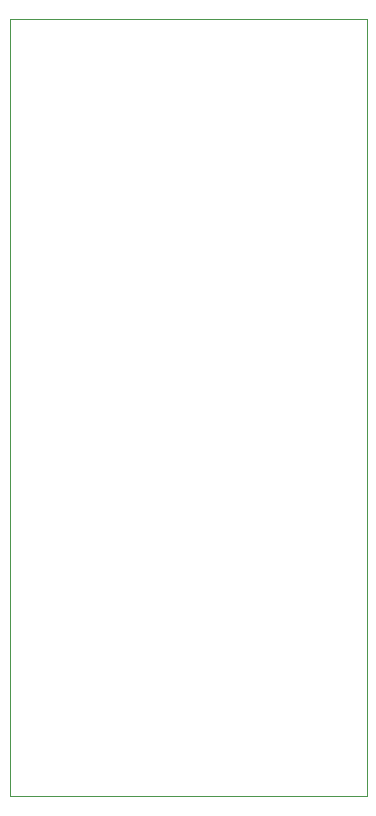
<source format=gbr>
%TF.GenerationSoftware,KiCad,Pcbnew,7.0.10*%
%TF.CreationDate,2024-03-31T23:05:41-06:00*%
%TF.ProjectId,Electrode_Breakout,456c6563-7472-46f6-9465-5f427265616b,rev?*%
%TF.SameCoordinates,Original*%
%TF.FileFunction,Profile,NP*%
%FSLAX46Y46*%
G04 Gerber Fmt 4.6, Leading zero omitted, Abs format (unit mm)*
G04 Created by KiCad (PCBNEW 7.0.10) date 2024-03-31 23:05:41*
%MOMM*%
%LPD*%
G01*
G04 APERTURE LIST*
%TA.AperFunction,Profile*%
%ADD10C,0.100000*%
%TD*%
G04 APERTURE END LIST*
D10*
X0Y0D02*
X30250000Y0D01*
X30250000Y-65750000D01*
X0Y-65750000D01*
X0Y0D01*
M02*

</source>
